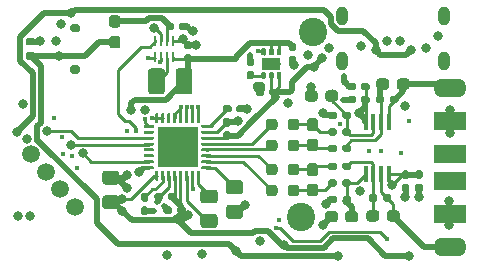
<source format=gtl>
G04 #@! TF.GenerationSoftware,KiCad,Pcbnew,(5.1.9)-1*
G04 #@! TF.CreationDate,2021-04-03T19:23:40-07:00*
G04 #@! TF.ProjectId,rgba,72676261-2e6b-4696-9361-645f70636258,1.1*
G04 #@! TF.SameCoordinates,Original*
G04 #@! TF.FileFunction,Copper,L1,Top*
G04 #@! TF.FilePolarity,Positive*
%FSLAX46Y46*%
G04 Gerber Fmt 4.6, Leading zero omitted, Abs format (unit mm)*
G04 Created by KiCad (PCBNEW (5.1.9)-1) date 2021-04-03 19:23:40*
%MOMM*%
%LPD*%
G01*
G04 APERTURE LIST*
G04 #@! TA.AperFunction,ComponentPad*
%ADD10C,1.500000*%
G04 #@! TD*
G04 #@! TA.AperFunction,SMDPad,CuDef*
%ADD11R,2.800000X1.600000*%
G04 #@! TD*
G04 #@! TA.AperFunction,SMDPad,CuDef*
%ADD12O,2.800000X1.600000*%
G04 #@! TD*
G04 #@! TA.AperFunction,ComponentPad*
%ADD13C,0.400000*%
G04 #@! TD*
G04 #@! TA.AperFunction,ComponentPad*
%ADD14C,2.400000*%
G04 #@! TD*
G04 #@! TA.AperFunction,SMDPad,CuDef*
%ADD15R,0.450000X1.450000*%
G04 #@! TD*
G04 #@! TA.AperFunction,SMDPad,CuDef*
%ADD16R,1.600000X1.000000*%
G04 #@! TD*
G04 #@! TA.AperFunction,ComponentPad*
%ADD17C,0.500000*%
G04 #@! TD*
G04 #@! TA.AperFunction,SMDPad,CuDef*
%ADD18R,3.450000X3.450000*%
G04 #@! TD*
G04 #@! TA.AperFunction,SMDPad,CuDef*
%ADD19R,0.270000X0.860000*%
G04 #@! TD*
G04 #@! TA.AperFunction,ComponentPad*
%ADD20O,1.000000X1.600000*%
G04 #@! TD*
G04 #@! TA.AperFunction,ViaPad*
%ADD21C,0.800000*%
G04 #@! TD*
G04 #@! TA.AperFunction,ViaPad*
%ADD22C,0.400000*%
G04 #@! TD*
G04 #@! TA.AperFunction,Conductor*
%ADD23C,0.250000*%
G04 #@! TD*
G04 #@! TA.AperFunction,Conductor*
%ADD24C,0.500000*%
G04 #@! TD*
G04 APERTURE END LIST*
D10*
X84500000Y-109250000D03*
X85750000Y-110700000D03*
X83250000Y-107750000D03*
X82000000Y-106250000D03*
D11*
X117450000Y-106250000D03*
X117450000Y-103450000D03*
D12*
X117450000Y-100650000D03*
D11*
X117450000Y-108500000D03*
X117450000Y-111300000D03*
D12*
X117450000Y-114100000D03*
G04 #@! TA.AperFunction,SMDPad,CuDef*
G36*
G01*
X94250000Y-100950000D02*
X94250000Y-99250000D01*
G75*
G02*
X94500000Y-99000000I250000J0D01*
G01*
X95425000Y-99000000D01*
G75*
G02*
X95675000Y-99250000I0J-250000D01*
G01*
X95675000Y-100950000D01*
G75*
G02*
X95425000Y-101200000I-250000J0D01*
G01*
X94500000Y-101200000D01*
G75*
G02*
X94250000Y-100950000I0J250000D01*
G01*
G37*
G04 #@! TD.AperFunction*
G04 #@! TA.AperFunction,SMDPad,CuDef*
G36*
G01*
X91925000Y-100950000D02*
X91925000Y-99250000D01*
G75*
G02*
X92175000Y-99000000I250000J0D01*
G01*
X93100000Y-99000000D01*
G75*
G02*
X93350000Y-99250000I0J-250000D01*
G01*
X93350000Y-100950000D01*
G75*
G02*
X93100000Y-101200000I-250000J0D01*
G01*
X92175000Y-101200000D01*
G75*
G02*
X91925000Y-100950000I0J250000D01*
G01*
G37*
G04 #@! TD.AperFunction*
D13*
X111670000Y-105960000D03*
X110670000Y-105960000D03*
D14*
X104840000Y-111550000D03*
D15*
X112284000Y-103576000D03*
X111634000Y-103576000D03*
X110984000Y-103576000D03*
X110334000Y-103576000D03*
X110334000Y-107976000D03*
X110984000Y-107976000D03*
X111634000Y-107976000D03*
X112284000Y-107976000D03*
G04 #@! TA.AperFunction,SMDPad,CuDef*
G36*
G01*
X102912000Y-97308000D02*
X103112000Y-97308000D01*
G75*
G02*
X103212000Y-97408000I0J-100000D01*
G01*
X103212000Y-97808000D01*
G75*
G02*
X103112000Y-97908000I-100000J0D01*
G01*
X102912000Y-97908000D01*
G75*
G02*
X102812000Y-97808000I0J100000D01*
G01*
X102812000Y-97408000D01*
G75*
G02*
X102912000Y-97308000I100000J0D01*
G01*
G37*
G04 #@! TD.AperFunction*
G04 #@! TA.AperFunction,SMDPad,CuDef*
G36*
G01*
X102262000Y-97308000D02*
X102462000Y-97308000D01*
G75*
G02*
X102562000Y-97408000I0J-100000D01*
G01*
X102562000Y-97808000D01*
G75*
G02*
X102462000Y-97908000I-100000J0D01*
G01*
X102262000Y-97908000D01*
G75*
G02*
X102162000Y-97808000I0J100000D01*
G01*
X102162000Y-97408000D01*
G75*
G02*
X102262000Y-97308000I100000J0D01*
G01*
G37*
G04 #@! TD.AperFunction*
G04 #@! TA.AperFunction,SMDPad,CuDef*
G36*
G01*
X101612000Y-97308000D02*
X101812000Y-97308000D01*
G75*
G02*
X101912000Y-97408000I0J-100000D01*
G01*
X101912000Y-97808000D01*
G75*
G02*
X101812000Y-97908000I-100000J0D01*
G01*
X101612000Y-97908000D01*
G75*
G02*
X101512000Y-97808000I0J100000D01*
G01*
X101512000Y-97408000D01*
G75*
G02*
X101612000Y-97308000I100000J0D01*
G01*
G37*
G04 #@! TD.AperFunction*
G04 #@! TA.AperFunction,SMDPad,CuDef*
G36*
G01*
X101612000Y-99308000D02*
X101812000Y-99308000D01*
G75*
G02*
X101912000Y-99408000I0J-100000D01*
G01*
X101912000Y-99808000D01*
G75*
G02*
X101812000Y-99908000I-100000J0D01*
G01*
X101612000Y-99908000D01*
G75*
G02*
X101512000Y-99808000I0J100000D01*
G01*
X101512000Y-99408000D01*
G75*
G02*
X101612000Y-99308000I100000J0D01*
G01*
G37*
G04 #@! TD.AperFunction*
G04 #@! TA.AperFunction,SMDPad,CuDef*
G36*
G01*
X102262000Y-99308000D02*
X102462000Y-99308000D01*
G75*
G02*
X102562000Y-99408000I0J-100000D01*
G01*
X102562000Y-99808000D01*
G75*
G02*
X102462000Y-99908000I-100000J0D01*
G01*
X102262000Y-99908000D01*
G75*
G02*
X102162000Y-99808000I0J100000D01*
G01*
X102162000Y-99408000D01*
G75*
G02*
X102262000Y-99308000I100000J0D01*
G01*
G37*
G04 #@! TD.AperFunction*
G04 #@! TA.AperFunction,SMDPad,CuDef*
G36*
G01*
X102912000Y-99308000D02*
X103112000Y-99308000D01*
G75*
G02*
X103212000Y-99408000I0J-100000D01*
G01*
X103212000Y-99808000D01*
G75*
G02*
X103112000Y-99908000I-100000J0D01*
G01*
X102912000Y-99908000D01*
G75*
G02*
X102812000Y-99808000I0J100000D01*
G01*
X102812000Y-99408000D01*
G75*
G02*
X102912000Y-99308000I100000J0D01*
G01*
G37*
G04 #@! TD.AperFunction*
D16*
X102362000Y-98608000D03*
D17*
X102912000Y-98608000D03*
X101812000Y-98608000D03*
G04 #@! TA.AperFunction,SMDPad,CuDef*
G36*
G01*
X92730500Y-108532000D02*
X92605500Y-108532000D01*
G75*
G02*
X92543000Y-108469500I0J62500D01*
G01*
X92543000Y-107719500D01*
G75*
G02*
X92605500Y-107657000I62500J0D01*
G01*
X92730500Y-107657000D01*
G75*
G02*
X92793000Y-107719500I0J-62500D01*
G01*
X92793000Y-108469500D01*
G75*
G02*
X92730500Y-108532000I-62500J0D01*
G01*
G37*
G04 #@! TD.AperFunction*
G04 #@! TA.AperFunction,SMDPad,CuDef*
G36*
G01*
X93230500Y-108532000D02*
X93105500Y-108532000D01*
G75*
G02*
X93043000Y-108469500I0J62500D01*
G01*
X93043000Y-107719500D01*
G75*
G02*
X93105500Y-107657000I62500J0D01*
G01*
X93230500Y-107657000D01*
G75*
G02*
X93293000Y-107719500I0J-62500D01*
G01*
X93293000Y-108469500D01*
G75*
G02*
X93230500Y-108532000I-62500J0D01*
G01*
G37*
G04 #@! TD.AperFunction*
G04 #@! TA.AperFunction,SMDPad,CuDef*
G36*
G01*
X93730500Y-108532000D02*
X93605500Y-108532000D01*
G75*
G02*
X93543000Y-108469500I0J62500D01*
G01*
X93543000Y-107719500D01*
G75*
G02*
X93605500Y-107657000I62500J0D01*
G01*
X93730500Y-107657000D01*
G75*
G02*
X93793000Y-107719500I0J-62500D01*
G01*
X93793000Y-108469500D01*
G75*
G02*
X93730500Y-108532000I-62500J0D01*
G01*
G37*
G04 #@! TD.AperFunction*
G04 #@! TA.AperFunction,SMDPad,CuDef*
G36*
G01*
X94230500Y-108532000D02*
X94105500Y-108532000D01*
G75*
G02*
X94043000Y-108469500I0J62500D01*
G01*
X94043000Y-107719500D01*
G75*
G02*
X94105500Y-107657000I62500J0D01*
G01*
X94230500Y-107657000D01*
G75*
G02*
X94293000Y-107719500I0J-62500D01*
G01*
X94293000Y-108469500D01*
G75*
G02*
X94230500Y-108532000I-62500J0D01*
G01*
G37*
G04 #@! TD.AperFunction*
G04 #@! TA.AperFunction,SMDPad,CuDef*
G36*
G01*
X94730500Y-108532000D02*
X94605500Y-108532000D01*
G75*
G02*
X94543000Y-108469500I0J62500D01*
G01*
X94543000Y-107719500D01*
G75*
G02*
X94605500Y-107657000I62500J0D01*
G01*
X94730500Y-107657000D01*
G75*
G02*
X94793000Y-107719500I0J-62500D01*
G01*
X94793000Y-108469500D01*
G75*
G02*
X94730500Y-108532000I-62500J0D01*
G01*
G37*
G04 #@! TD.AperFunction*
G04 #@! TA.AperFunction,SMDPad,CuDef*
G36*
G01*
X95230500Y-108532000D02*
X95105500Y-108532000D01*
G75*
G02*
X95043000Y-108469500I0J62500D01*
G01*
X95043000Y-107719500D01*
G75*
G02*
X95105500Y-107657000I62500J0D01*
G01*
X95230500Y-107657000D01*
G75*
G02*
X95293000Y-107719500I0J-62500D01*
G01*
X95293000Y-108469500D01*
G75*
G02*
X95230500Y-108532000I-62500J0D01*
G01*
G37*
G04 #@! TD.AperFunction*
G04 #@! TA.AperFunction,SMDPad,CuDef*
G36*
G01*
X95730500Y-108532000D02*
X95605500Y-108532000D01*
G75*
G02*
X95543000Y-108469500I0J62500D01*
G01*
X95543000Y-107719500D01*
G75*
G02*
X95605500Y-107657000I62500J0D01*
G01*
X95730500Y-107657000D01*
G75*
G02*
X95793000Y-107719500I0J-62500D01*
G01*
X95793000Y-108469500D01*
G75*
G02*
X95730500Y-108532000I-62500J0D01*
G01*
G37*
G04 #@! TD.AperFunction*
G04 #@! TA.AperFunction,SMDPad,CuDef*
G36*
G01*
X96230500Y-108532000D02*
X96105500Y-108532000D01*
G75*
G02*
X96043000Y-108469500I0J62500D01*
G01*
X96043000Y-107719500D01*
G75*
G02*
X96105500Y-107657000I62500J0D01*
G01*
X96230500Y-107657000D01*
G75*
G02*
X96293000Y-107719500I0J-62500D01*
G01*
X96293000Y-108469500D01*
G75*
G02*
X96230500Y-108532000I-62500J0D01*
G01*
G37*
G04 #@! TD.AperFunction*
G04 #@! TA.AperFunction,SMDPad,CuDef*
G36*
G01*
X97230500Y-107532000D02*
X96480500Y-107532000D01*
G75*
G02*
X96418000Y-107469500I0J62500D01*
G01*
X96418000Y-107344500D01*
G75*
G02*
X96480500Y-107282000I62500J0D01*
G01*
X97230500Y-107282000D01*
G75*
G02*
X97293000Y-107344500I0J-62500D01*
G01*
X97293000Y-107469500D01*
G75*
G02*
X97230500Y-107532000I-62500J0D01*
G01*
G37*
G04 #@! TD.AperFunction*
G04 #@! TA.AperFunction,SMDPad,CuDef*
G36*
G01*
X97230500Y-107032000D02*
X96480500Y-107032000D01*
G75*
G02*
X96418000Y-106969500I0J62500D01*
G01*
X96418000Y-106844500D01*
G75*
G02*
X96480500Y-106782000I62500J0D01*
G01*
X97230500Y-106782000D01*
G75*
G02*
X97293000Y-106844500I0J-62500D01*
G01*
X97293000Y-106969500D01*
G75*
G02*
X97230500Y-107032000I-62500J0D01*
G01*
G37*
G04 #@! TD.AperFunction*
G04 #@! TA.AperFunction,SMDPad,CuDef*
G36*
G01*
X97230500Y-106532000D02*
X96480500Y-106532000D01*
G75*
G02*
X96418000Y-106469500I0J62500D01*
G01*
X96418000Y-106344500D01*
G75*
G02*
X96480500Y-106282000I62500J0D01*
G01*
X97230500Y-106282000D01*
G75*
G02*
X97293000Y-106344500I0J-62500D01*
G01*
X97293000Y-106469500D01*
G75*
G02*
X97230500Y-106532000I-62500J0D01*
G01*
G37*
G04 #@! TD.AperFunction*
G04 #@! TA.AperFunction,SMDPad,CuDef*
G36*
G01*
X97230500Y-106032000D02*
X96480500Y-106032000D01*
G75*
G02*
X96418000Y-105969500I0J62500D01*
G01*
X96418000Y-105844500D01*
G75*
G02*
X96480500Y-105782000I62500J0D01*
G01*
X97230500Y-105782000D01*
G75*
G02*
X97293000Y-105844500I0J-62500D01*
G01*
X97293000Y-105969500D01*
G75*
G02*
X97230500Y-106032000I-62500J0D01*
G01*
G37*
G04 #@! TD.AperFunction*
G04 #@! TA.AperFunction,SMDPad,CuDef*
G36*
G01*
X97230500Y-105532000D02*
X96480500Y-105532000D01*
G75*
G02*
X96418000Y-105469500I0J62500D01*
G01*
X96418000Y-105344500D01*
G75*
G02*
X96480500Y-105282000I62500J0D01*
G01*
X97230500Y-105282000D01*
G75*
G02*
X97293000Y-105344500I0J-62500D01*
G01*
X97293000Y-105469500D01*
G75*
G02*
X97230500Y-105532000I-62500J0D01*
G01*
G37*
G04 #@! TD.AperFunction*
G04 #@! TA.AperFunction,SMDPad,CuDef*
G36*
G01*
X97230500Y-105032000D02*
X96480500Y-105032000D01*
G75*
G02*
X96418000Y-104969500I0J62500D01*
G01*
X96418000Y-104844500D01*
G75*
G02*
X96480500Y-104782000I62500J0D01*
G01*
X97230500Y-104782000D01*
G75*
G02*
X97293000Y-104844500I0J-62500D01*
G01*
X97293000Y-104969500D01*
G75*
G02*
X97230500Y-105032000I-62500J0D01*
G01*
G37*
G04 #@! TD.AperFunction*
G04 #@! TA.AperFunction,SMDPad,CuDef*
G36*
G01*
X97230500Y-104532000D02*
X96480500Y-104532000D01*
G75*
G02*
X96418000Y-104469500I0J62500D01*
G01*
X96418000Y-104344500D01*
G75*
G02*
X96480500Y-104282000I62500J0D01*
G01*
X97230500Y-104282000D01*
G75*
G02*
X97293000Y-104344500I0J-62500D01*
G01*
X97293000Y-104469500D01*
G75*
G02*
X97230500Y-104532000I-62500J0D01*
G01*
G37*
G04 #@! TD.AperFunction*
G04 #@! TA.AperFunction,SMDPad,CuDef*
G36*
G01*
X97230500Y-104032000D02*
X96480500Y-104032000D01*
G75*
G02*
X96418000Y-103969500I0J62500D01*
G01*
X96418000Y-103844500D01*
G75*
G02*
X96480500Y-103782000I62500J0D01*
G01*
X97230500Y-103782000D01*
G75*
G02*
X97293000Y-103844500I0J-62500D01*
G01*
X97293000Y-103969500D01*
G75*
G02*
X97230500Y-104032000I-62500J0D01*
G01*
G37*
G04 #@! TD.AperFunction*
G04 #@! TA.AperFunction,SMDPad,CuDef*
G36*
G01*
X96230500Y-103657000D02*
X96105500Y-103657000D01*
G75*
G02*
X96043000Y-103594500I0J62500D01*
G01*
X96043000Y-102844500D01*
G75*
G02*
X96105500Y-102782000I62500J0D01*
G01*
X96230500Y-102782000D01*
G75*
G02*
X96293000Y-102844500I0J-62500D01*
G01*
X96293000Y-103594500D01*
G75*
G02*
X96230500Y-103657000I-62500J0D01*
G01*
G37*
G04 #@! TD.AperFunction*
G04 #@! TA.AperFunction,SMDPad,CuDef*
G36*
G01*
X95730500Y-103657000D02*
X95605500Y-103657000D01*
G75*
G02*
X95543000Y-103594500I0J62500D01*
G01*
X95543000Y-102844500D01*
G75*
G02*
X95605500Y-102782000I62500J0D01*
G01*
X95730500Y-102782000D01*
G75*
G02*
X95793000Y-102844500I0J-62500D01*
G01*
X95793000Y-103594500D01*
G75*
G02*
X95730500Y-103657000I-62500J0D01*
G01*
G37*
G04 #@! TD.AperFunction*
G04 #@! TA.AperFunction,SMDPad,CuDef*
G36*
G01*
X95230500Y-103657000D02*
X95105500Y-103657000D01*
G75*
G02*
X95043000Y-103594500I0J62500D01*
G01*
X95043000Y-102844500D01*
G75*
G02*
X95105500Y-102782000I62500J0D01*
G01*
X95230500Y-102782000D01*
G75*
G02*
X95293000Y-102844500I0J-62500D01*
G01*
X95293000Y-103594500D01*
G75*
G02*
X95230500Y-103657000I-62500J0D01*
G01*
G37*
G04 #@! TD.AperFunction*
G04 #@! TA.AperFunction,SMDPad,CuDef*
G36*
G01*
X94730500Y-103657000D02*
X94605500Y-103657000D01*
G75*
G02*
X94543000Y-103594500I0J62500D01*
G01*
X94543000Y-102844500D01*
G75*
G02*
X94605500Y-102782000I62500J0D01*
G01*
X94730500Y-102782000D01*
G75*
G02*
X94793000Y-102844500I0J-62500D01*
G01*
X94793000Y-103594500D01*
G75*
G02*
X94730500Y-103657000I-62500J0D01*
G01*
G37*
G04 #@! TD.AperFunction*
G04 #@! TA.AperFunction,SMDPad,CuDef*
G36*
G01*
X94230500Y-103657000D02*
X94105500Y-103657000D01*
G75*
G02*
X94043000Y-103594500I0J62500D01*
G01*
X94043000Y-102844500D01*
G75*
G02*
X94105500Y-102782000I62500J0D01*
G01*
X94230500Y-102782000D01*
G75*
G02*
X94293000Y-102844500I0J-62500D01*
G01*
X94293000Y-103594500D01*
G75*
G02*
X94230500Y-103657000I-62500J0D01*
G01*
G37*
G04 #@! TD.AperFunction*
G04 #@! TA.AperFunction,SMDPad,CuDef*
G36*
G01*
X93730500Y-103657000D02*
X93605500Y-103657000D01*
G75*
G02*
X93543000Y-103594500I0J62500D01*
G01*
X93543000Y-102844500D01*
G75*
G02*
X93605500Y-102782000I62500J0D01*
G01*
X93730500Y-102782000D01*
G75*
G02*
X93793000Y-102844500I0J-62500D01*
G01*
X93793000Y-103594500D01*
G75*
G02*
X93730500Y-103657000I-62500J0D01*
G01*
G37*
G04 #@! TD.AperFunction*
G04 #@! TA.AperFunction,SMDPad,CuDef*
G36*
G01*
X93230500Y-103657000D02*
X93105500Y-103657000D01*
G75*
G02*
X93043000Y-103594500I0J62500D01*
G01*
X93043000Y-102844500D01*
G75*
G02*
X93105500Y-102782000I62500J0D01*
G01*
X93230500Y-102782000D01*
G75*
G02*
X93293000Y-102844500I0J-62500D01*
G01*
X93293000Y-103594500D01*
G75*
G02*
X93230500Y-103657000I-62500J0D01*
G01*
G37*
G04 #@! TD.AperFunction*
G04 #@! TA.AperFunction,SMDPad,CuDef*
G36*
G01*
X92730500Y-103657000D02*
X92605500Y-103657000D01*
G75*
G02*
X92543000Y-103594500I0J62500D01*
G01*
X92543000Y-102844500D01*
G75*
G02*
X92605500Y-102782000I62500J0D01*
G01*
X92730500Y-102782000D01*
G75*
G02*
X92793000Y-102844500I0J-62500D01*
G01*
X92793000Y-103594500D01*
G75*
G02*
X92730500Y-103657000I-62500J0D01*
G01*
G37*
G04 #@! TD.AperFunction*
G04 #@! TA.AperFunction,SMDPad,CuDef*
G36*
G01*
X92355500Y-104032000D02*
X91605500Y-104032000D01*
G75*
G02*
X91543000Y-103969500I0J62500D01*
G01*
X91543000Y-103844500D01*
G75*
G02*
X91605500Y-103782000I62500J0D01*
G01*
X92355500Y-103782000D01*
G75*
G02*
X92418000Y-103844500I0J-62500D01*
G01*
X92418000Y-103969500D01*
G75*
G02*
X92355500Y-104032000I-62500J0D01*
G01*
G37*
G04 #@! TD.AperFunction*
G04 #@! TA.AperFunction,SMDPad,CuDef*
G36*
G01*
X92355500Y-104532000D02*
X91605500Y-104532000D01*
G75*
G02*
X91543000Y-104469500I0J62500D01*
G01*
X91543000Y-104344500D01*
G75*
G02*
X91605500Y-104282000I62500J0D01*
G01*
X92355500Y-104282000D01*
G75*
G02*
X92418000Y-104344500I0J-62500D01*
G01*
X92418000Y-104469500D01*
G75*
G02*
X92355500Y-104532000I-62500J0D01*
G01*
G37*
G04 #@! TD.AperFunction*
G04 #@! TA.AperFunction,SMDPad,CuDef*
G36*
G01*
X92355500Y-105032000D02*
X91605500Y-105032000D01*
G75*
G02*
X91543000Y-104969500I0J62500D01*
G01*
X91543000Y-104844500D01*
G75*
G02*
X91605500Y-104782000I62500J0D01*
G01*
X92355500Y-104782000D01*
G75*
G02*
X92418000Y-104844500I0J-62500D01*
G01*
X92418000Y-104969500D01*
G75*
G02*
X92355500Y-105032000I-62500J0D01*
G01*
G37*
G04 #@! TD.AperFunction*
G04 #@! TA.AperFunction,SMDPad,CuDef*
G36*
G01*
X92355500Y-105532000D02*
X91605500Y-105532000D01*
G75*
G02*
X91543000Y-105469500I0J62500D01*
G01*
X91543000Y-105344500D01*
G75*
G02*
X91605500Y-105282000I62500J0D01*
G01*
X92355500Y-105282000D01*
G75*
G02*
X92418000Y-105344500I0J-62500D01*
G01*
X92418000Y-105469500D01*
G75*
G02*
X92355500Y-105532000I-62500J0D01*
G01*
G37*
G04 #@! TD.AperFunction*
G04 #@! TA.AperFunction,SMDPad,CuDef*
G36*
G01*
X92355500Y-106032000D02*
X91605500Y-106032000D01*
G75*
G02*
X91543000Y-105969500I0J62500D01*
G01*
X91543000Y-105844500D01*
G75*
G02*
X91605500Y-105782000I62500J0D01*
G01*
X92355500Y-105782000D01*
G75*
G02*
X92418000Y-105844500I0J-62500D01*
G01*
X92418000Y-105969500D01*
G75*
G02*
X92355500Y-106032000I-62500J0D01*
G01*
G37*
G04 #@! TD.AperFunction*
G04 #@! TA.AperFunction,SMDPad,CuDef*
G36*
G01*
X92355500Y-106532000D02*
X91605500Y-106532000D01*
G75*
G02*
X91543000Y-106469500I0J62500D01*
G01*
X91543000Y-106344500D01*
G75*
G02*
X91605500Y-106282000I62500J0D01*
G01*
X92355500Y-106282000D01*
G75*
G02*
X92418000Y-106344500I0J-62500D01*
G01*
X92418000Y-106469500D01*
G75*
G02*
X92355500Y-106532000I-62500J0D01*
G01*
G37*
G04 #@! TD.AperFunction*
G04 #@! TA.AperFunction,SMDPad,CuDef*
G36*
G01*
X92355500Y-107032000D02*
X91605500Y-107032000D01*
G75*
G02*
X91543000Y-106969500I0J62500D01*
G01*
X91543000Y-106844500D01*
G75*
G02*
X91605500Y-106782000I62500J0D01*
G01*
X92355500Y-106782000D01*
G75*
G02*
X92418000Y-106844500I0J-62500D01*
G01*
X92418000Y-106969500D01*
G75*
G02*
X92355500Y-107032000I-62500J0D01*
G01*
G37*
G04 #@! TD.AperFunction*
G04 #@! TA.AperFunction,SMDPad,CuDef*
G36*
G01*
X92355500Y-107532000D02*
X91605500Y-107532000D01*
G75*
G02*
X91543000Y-107469500I0J62500D01*
G01*
X91543000Y-107344500D01*
G75*
G02*
X91605500Y-107282000I62500J0D01*
G01*
X92355500Y-107282000D01*
G75*
G02*
X92418000Y-107344500I0J-62500D01*
G01*
X92418000Y-107469500D01*
G75*
G02*
X92355500Y-107532000I-62500J0D01*
G01*
G37*
G04 #@! TD.AperFunction*
D18*
X94418000Y-105657000D03*
D19*
X94050000Y-96665000D03*
X93550000Y-96665000D03*
X93050000Y-96665000D03*
X92550000Y-96665000D03*
X92550000Y-98035000D03*
X93050000Y-98035000D03*
X93550000Y-98035000D03*
X94050000Y-98035000D03*
D14*
X105850000Y-95900000D03*
G04 #@! TA.AperFunction,SMDPad,CuDef*
G36*
G01*
X85975000Y-95950000D02*
X85525000Y-95950000D01*
G75*
G02*
X85350000Y-95775000I0J175000D01*
G01*
X85350000Y-95425000D01*
G75*
G02*
X85525000Y-95250000I175000J0D01*
G01*
X85975000Y-95250000D01*
G75*
G02*
X86150000Y-95425000I0J-175000D01*
G01*
X86150000Y-95775000D01*
G75*
G02*
X85975000Y-95950000I-175000J0D01*
G01*
G37*
G04 #@! TD.AperFunction*
G04 #@! TA.AperFunction,SMDPad,CuDef*
G36*
G01*
X85975000Y-99450000D02*
X85525000Y-99450000D01*
G75*
G02*
X85350000Y-99275000I0J175000D01*
G01*
X85350000Y-98925000D01*
G75*
G02*
X85525000Y-98750000I175000J0D01*
G01*
X85975000Y-98750000D01*
G75*
G02*
X86150000Y-98925000I0J-175000D01*
G01*
X86150000Y-99275000D01*
G75*
G02*
X85975000Y-99450000I-175000J0D01*
G01*
G37*
G04 #@! TD.AperFunction*
G04 #@! TA.AperFunction,SMDPad,CuDef*
G36*
G01*
X82250000Y-97050000D02*
X81700000Y-97050000D01*
G75*
G02*
X81550000Y-96900000I0J150000D01*
G01*
X81550000Y-96600000D01*
G75*
G02*
X81700000Y-96450000I150000J0D01*
G01*
X82250000Y-96450000D01*
G75*
G02*
X82400000Y-96600000I0J-150000D01*
G01*
X82400000Y-96900000D01*
G75*
G02*
X82250000Y-97050000I-150000J0D01*
G01*
G37*
G04 #@! TD.AperFunction*
G04 #@! TA.AperFunction,SMDPad,CuDef*
G36*
G01*
X82250000Y-98250000D02*
X81700000Y-98250000D01*
G75*
G02*
X81550000Y-98100000I0J150000D01*
G01*
X81550000Y-97800000D01*
G75*
G02*
X81700000Y-97650000I150000J0D01*
G01*
X82250000Y-97650000D01*
G75*
G02*
X82400000Y-97800000I0J-150000D01*
G01*
X82400000Y-98100000D01*
G75*
G02*
X82250000Y-98250000I-150000J0D01*
G01*
G37*
G04 #@! TD.AperFunction*
D20*
X117020000Y-94550000D03*
X108380000Y-94550000D03*
X108380000Y-98350000D03*
X117020000Y-98350000D03*
G04 #@! TA.AperFunction,SMDPad,CuDef*
G36*
G01*
X95455000Y-97400000D02*
X95145000Y-97400000D01*
G75*
G02*
X94990000Y-97245000I0J155000D01*
G01*
X94990000Y-96820000D01*
G75*
G02*
X95145000Y-96665000I155000J0D01*
G01*
X95455000Y-96665000D01*
G75*
G02*
X95610000Y-96820000I0J-155000D01*
G01*
X95610000Y-97245000D01*
G75*
G02*
X95455000Y-97400000I-155000J0D01*
G01*
G37*
G04 #@! TD.AperFunction*
G04 #@! TA.AperFunction,SMDPad,CuDef*
G36*
G01*
X95455000Y-98535000D02*
X95145000Y-98535000D01*
G75*
G02*
X94990000Y-98380000I0J155000D01*
G01*
X94990000Y-97955000D01*
G75*
G02*
X95145000Y-97800000I155000J0D01*
G01*
X95455000Y-97800000D01*
G75*
G02*
X95610000Y-97955000I0J-155000D01*
G01*
X95610000Y-98380000D01*
G75*
G02*
X95455000Y-98535000I-155000J0D01*
G01*
G37*
G04 #@! TD.AperFunction*
G04 #@! TA.AperFunction,SMDPad,CuDef*
G36*
G01*
X94550000Y-95605000D02*
X94550000Y-95295000D01*
G75*
G02*
X94705000Y-95140000I155000J0D01*
G01*
X95130000Y-95140000D01*
G75*
G02*
X95285000Y-95295000I0J-155000D01*
G01*
X95285000Y-95605000D01*
G75*
G02*
X95130000Y-95760000I-155000J0D01*
G01*
X94705000Y-95760000D01*
G75*
G02*
X94550000Y-95605000I0J155000D01*
G01*
G37*
G04 #@! TD.AperFunction*
G04 #@! TA.AperFunction,SMDPad,CuDef*
G36*
G01*
X93415000Y-95605000D02*
X93415000Y-95295000D01*
G75*
G02*
X93570000Y-95140000I155000J0D01*
G01*
X93995000Y-95140000D01*
G75*
G02*
X94150000Y-95295000I0J-155000D01*
G01*
X94150000Y-95605000D01*
G75*
G02*
X93995000Y-95760000I-155000J0D01*
G01*
X93570000Y-95760000D01*
G75*
G02*
X93415000Y-95605000I0J155000D01*
G01*
G37*
G04 #@! TD.AperFunction*
G04 #@! TA.AperFunction,SMDPad,CuDef*
G36*
G01*
X108411500Y-110254000D02*
X108411500Y-109934000D01*
G75*
G02*
X108571500Y-109774000I160000J0D01*
G01*
X108966500Y-109774000D01*
G75*
G02*
X109126500Y-109934000I0J-160000D01*
G01*
X109126500Y-110254000D01*
G75*
G02*
X108966500Y-110414000I-160000J0D01*
G01*
X108571500Y-110414000D01*
G75*
G02*
X108411500Y-110254000I0J160000D01*
G01*
G37*
G04 #@! TD.AperFunction*
G04 #@! TA.AperFunction,SMDPad,CuDef*
G36*
G01*
X107216500Y-110254000D02*
X107216500Y-109934000D01*
G75*
G02*
X107376500Y-109774000I160000J0D01*
G01*
X107771500Y-109774000D01*
G75*
G02*
X107931500Y-109934000I0J-160000D01*
G01*
X107931500Y-110254000D01*
G75*
G02*
X107771500Y-110414000I-160000J0D01*
G01*
X107376500Y-110414000D01*
G75*
G02*
X107216500Y-110254000I0J160000D01*
G01*
G37*
G04 #@! TD.AperFunction*
G04 #@! TA.AperFunction,SMDPad,CuDef*
G36*
G01*
X108374000Y-108857000D02*
X108374000Y-108537000D01*
G75*
G02*
X108534000Y-108377000I160000J0D01*
G01*
X108929000Y-108377000D01*
G75*
G02*
X109089000Y-108537000I0J-160000D01*
G01*
X109089000Y-108857000D01*
G75*
G02*
X108929000Y-109017000I-160000J0D01*
G01*
X108534000Y-109017000D01*
G75*
G02*
X108374000Y-108857000I0J160000D01*
G01*
G37*
G04 #@! TD.AperFunction*
G04 #@! TA.AperFunction,SMDPad,CuDef*
G36*
G01*
X107179000Y-108857000D02*
X107179000Y-108537000D01*
G75*
G02*
X107339000Y-108377000I160000J0D01*
G01*
X107734000Y-108377000D01*
G75*
G02*
X107894000Y-108537000I0J-160000D01*
G01*
X107894000Y-108857000D01*
G75*
G02*
X107734000Y-109017000I-160000J0D01*
G01*
X107339000Y-109017000D01*
G75*
G02*
X107179000Y-108857000I0J160000D01*
G01*
G37*
G04 #@! TD.AperFunction*
G04 #@! TA.AperFunction,SMDPad,CuDef*
G36*
G01*
X107894000Y-107140000D02*
X107894000Y-107460000D01*
G75*
G02*
X107734000Y-107620000I-160000J0D01*
G01*
X107339000Y-107620000D01*
G75*
G02*
X107179000Y-107460000I0J160000D01*
G01*
X107179000Y-107140000D01*
G75*
G02*
X107339000Y-106980000I160000J0D01*
G01*
X107734000Y-106980000D01*
G75*
G02*
X107894000Y-107140000I0J-160000D01*
G01*
G37*
G04 #@! TD.AperFunction*
G04 #@! TA.AperFunction,SMDPad,CuDef*
G36*
G01*
X109089000Y-107140000D02*
X109089000Y-107460000D01*
G75*
G02*
X108929000Y-107620000I-160000J0D01*
G01*
X108534000Y-107620000D01*
G75*
G02*
X108374000Y-107460000I0J160000D01*
G01*
X108374000Y-107140000D01*
G75*
G02*
X108534000Y-106980000I160000J0D01*
G01*
X108929000Y-106980000D01*
G75*
G02*
X109089000Y-107140000I0J-160000D01*
G01*
G37*
G04 #@! TD.AperFunction*
G04 #@! TA.AperFunction,SMDPad,CuDef*
G36*
G01*
X103733000Y-109569500D02*
X103733000Y-109094500D01*
G75*
G02*
X103970500Y-108857000I237500J0D01*
G01*
X104470500Y-108857000D01*
G75*
G02*
X104708000Y-109094500I0J-237500D01*
G01*
X104708000Y-109569500D01*
G75*
G02*
X104470500Y-109807000I-237500J0D01*
G01*
X103970500Y-109807000D01*
G75*
G02*
X103733000Y-109569500I0J237500D01*
G01*
G37*
G04 #@! TD.AperFunction*
G04 #@! TA.AperFunction,SMDPad,CuDef*
G36*
G01*
X101908000Y-109569500D02*
X101908000Y-109094500D01*
G75*
G02*
X102145500Y-108857000I237500J0D01*
G01*
X102645500Y-108857000D01*
G75*
G02*
X102883000Y-109094500I0J-237500D01*
G01*
X102883000Y-109569500D01*
G75*
G02*
X102645500Y-109807000I-237500J0D01*
G01*
X102145500Y-109807000D01*
G75*
G02*
X101908000Y-109569500I0J237500D01*
G01*
G37*
G04 #@! TD.AperFunction*
G04 #@! TA.AperFunction,SMDPad,CuDef*
G36*
G01*
X102883000Y-107316500D02*
X102883000Y-107791500D01*
G75*
G02*
X102645500Y-108029000I-237500J0D01*
G01*
X102145500Y-108029000D01*
G75*
G02*
X101908000Y-107791500I0J237500D01*
G01*
X101908000Y-107316500D01*
G75*
G02*
X102145500Y-107079000I237500J0D01*
G01*
X102645500Y-107079000D01*
G75*
G02*
X102883000Y-107316500I0J-237500D01*
G01*
G37*
G04 #@! TD.AperFunction*
G04 #@! TA.AperFunction,SMDPad,CuDef*
G36*
G01*
X104708000Y-107316500D02*
X104708000Y-107791500D01*
G75*
G02*
X104470500Y-108029000I-237500J0D01*
G01*
X103970500Y-108029000D01*
G75*
G02*
X103733000Y-107791500I0J237500D01*
G01*
X103733000Y-107316500D01*
G75*
G02*
X103970500Y-107079000I237500J0D01*
G01*
X104470500Y-107079000D01*
G75*
G02*
X104708000Y-107316500I0J-237500D01*
G01*
G37*
G04 #@! TD.AperFunction*
G04 #@! TA.AperFunction,SMDPad,CuDef*
G36*
G01*
X111910000Y-101490000D02*
X111910000Y-101810000D01*
G75*
G02*
X111750000Y-101970000I-160000J0D01*
G01*
X111355000Y-101970000D01*
G75*
G02*
X111195000Y-101810000I0J160000D01*
G01*
X111195000Y-101490000D01*
G75*
G02*
X111355000Y-101330000I160000J0D01*
G01*
X111750000Y-101330000D01*
G75*
G02*
X111910000Y-101490000I0J-160000D01*
G01*
G37*
G04 #@! TD.AperFunction*
G04 #@! TA.AperFunction,SMDPad,CuDef*
G36*
G01*
X113105000Y-101490000D02*
X113105000Y-101810000D01*
G75*
G02*
X112945000Y-101970000I-160000J0D01*
G01*
X112550000Y-101970000D01*
G75*
G02*
X112390000Y-101810000I0J160000D01*
G01*
X112390000Y-101490000D01*
G75*
G02*
X112550000Y-101330000I160000J0D01*
G01*
X112945000Y-101330000D01*
G75*
G02*
X113105000Y-101490000I0J-160000D01*
G01*
G37*
G04 #@! TD.AperFunction*
G04 #@! TA.AperFunction,SMDPad,CuDef*
G36*
G01*
X108374000Y-103142000D02*
X108374000Y-102822000D01*
G75*
G02*
X108534000Y-102662000I160000J0D01*
G01*
X108929000Y-102662000D01*
G75*
G02*
X109089000Y-102822000I0J-160000D01*
G01*
X109089000Y-103142000D01*
G75*
G02*
X108929000Y-103302000I-160000J0D01*
G01*
X108534000Y-103302000D01*
G75*
G02*
X108374000Y-103142000I0J160000D01*
G01*
G37*
G04 #@! TD.AperFunction*
G04 #@! TA.AperFunction,SMDPad,CuDef*
G36*
G01*
X107179000Y-103142000D02*
X107179000Y-102822000D01*
G75*
G02*
X107339000Y-102662000I160000J0D01*
G01*
X107734000Y-102662000D01*
G75*
G02*
X107894000Y-102822000I0J-160000D01*
G01*
X107894000Y-103142000D01*
G75*
G02*
X107734000Y-103302000I-160000J0D01*
G01*
X107339000Y-103302000D01*
G75*
G02*
X107179000Y-103142000I0J160000D01*
G01*
G37*
G04 #@! TD.AperFunction*
G04 #@! TA.AperFunction,SMDPad,CuDef*
G36*
G01*
X108374000Y-104539000D02*
X108374000Y-104219000D01*
G75*
G02*
X108534000Y-104059000I160000J0D01*
G01*
X108929000Y-104059000D01*
G75*
G02*
X109089000Y-104219000I0J-160000D01*
G01*
X109089000Y-104539000D01*
G75*
G02*
X108929000Y-104699000I-160000J0D01*
G01*
X108534000Y-104699000D01*
G75*
G02*
X108374000Y-104539000I0J160000D01*
G01*
G37*
G04 #@! TD.AperFunction*
G04 #@! TA.AperFunction,SMDPad,CuDef*
G36*
G01*
X107179000Y-104539000D02*
X107179000Y-104219000D01*
G75*
G02*
X107339000Y-104059000I160000J0D01*
G01*
X107734000Y-104059000D01*
G75*
G02*
X107894000Y-104219000I0J-160000D01*
G01*
X107894000Y-104539000D01*
G75*
G02*
X107734000Y-104699000I-160000J0D01*
G01*
X107339000Y-104699000D01*
G75*
G02*
X107179000Y-104539000I0J160000D01*
G01*
G37*
G04 #@! TD.AperFunction*
G04 #@! TA.AperFunction,SMDPad,CuDef*
G36*
G01*
X107894000Y-105616000D02*
X107894000Y-105936000D01*
G75*
G02*
X107734000Y-106096000I-160000J0D01*
G01*
X107339000Y-106096000D01*
G75*
G02*
X107179000Y-105936000I0J160000D01*
G01*
X107179000Y-105616000D01*
G75*
G02*
X107339000Y-105456000I160000J0D01*
G01*
X107734000Y-105456000D01*
G75*
G02*
X107894000Y-105616000I0J-160000D01*
G01*
G37*
G04 #@! TD.AperFunction*
G04 #@! TA.AperFunction,SMDPad,CuDef*
G36*
G01*
X109089000Y-105616000D02*
X109089000Y-105936000D01*
G75*
G02*
X108929000Y-106096000I-160000J0D01*
G01*
X108534000Y-106096000D01*
G75*
G02*
X108374000Y-105936000I0J160000D01*
G01*
X108374000Y-105616000D01*
G75*
G02*
X108534000Y-105456000I160000J0D01*
G01*
X108929000Y-105456000D01*
G75*
G02*
X109089000Y-105616000I0J-160000D01*
G01*
G37*
G04 #@! TD.AperFunction*
G04 #@! TA.AperFunction,SMDPad,CuDef*
G36*
G01*
X103733000Y-103981500D02*
X103733000Y-103506500D01*
G75*
G02*
X103970500Y-103269000I237500J0D01*
G01*
X104470500Y-103269000D01*
G75*
G02*
X104708000Y-103506500I0J-237500D01*
G01*
X104708000Y-103981500D01*
G75*
G02*
X104470500Y-104219000I-237500J0D01*
G01*
X103970500Y-104219000D01*
G75*
G02*
X103733000Y-103981500I0J237500D01*
G01*
G37*
G04 #@! TD.AperFunction*
G04 #@! TA.AperFunction,SMDPad,CuDef*
G36*
G01*
X101908000Y-103981500D02*
X101908000Y-103506500D01*
G75*
G02*
X102145500Y-103269000I237500J0D01*
G01*
X102645500Y-103269000D01*
G75*
G02*
X102883000Y-103506500I0J-237500D01*
G01*
X102883000Y-103981500D01*
G75*
G02*
X102645500Y-104219000I-237500J0D01*
G01*
X102145500Y-104219000D01*
G75*
G02*
X101908000Y-103981500I0J237500D01*
G01*
G37*
G04 #@! TD.AperFunction*
G04 #@! TA.AperFunction,SMDPad,CuDef*
G36*
G01*
X102883000Y-105284500D02*
X102883000Y-105759500D01*
G75*
G02*
X102645500Y-105997000I-237500J0D01*
G01*
X102145500Y-105997000D01*
G75*
G02*
X101908000Y-105759500I0J237500D01*
G01*
X101908000Y-105284500D01*
G75*
G02*
X102145500Y-105047000I237500J0D01*
G01*
X102645500Y-105047000D01*
G75*
G02*
X102883000Y-105284500I0J-237500D01*
G01*
G37*
G04 #@! TD.AperFunction*
G04 #@! TA.AperFunction,SMDPad,CuDef*
G36*
G01*
X104708000Y-105284500D02*
X104708000Y-105759500D01*
G75*
G02*
X104470500Y-105997000I-237500J0D01*
G01*
X103970500Y-105997000D01*
G75*
G02*
X103733000Y-105759500I0J237500D01*
G01*
X103733000Y-105284500D01*
G75*
G02*
X103970500Y-105047000I237500J0D01*
G01*
X104470500Y-105047000D01*
G75*
G02*
X104708000Y-105284500I0J-237500D01*
G01*
G37*
G04 #@! TD.AperFunction*
G04 #@! TA.AperFunction,SMDPad,CuDef*
G36*
G01*
X111323000Y-109807000D02*
X111323000Y-110127000D01*
G75*
G02*
X111163000Y-110287000I-160000J0D01*
G01*
X110768000Y-110287000D01*
G75*
G02*
X110608000Y-110127000I0J160000D01*
G01*
X110608000Y-109807000D01*
G75*
G02*
X110768000Y-109647000I160000J0D01*
G01*
X111163000Y-109647000D01*
G75*
G02*
X111323000Y-109807000I0J-160000D01*
G01*
G37*
G04 #@! TD.AperFunction*
G04 #@! TA.AperFunction,SMDPad,CuDef*
G36*
G01*
X112518000Y-109807000D02*
X112518000Y-110127000D01*
G75*
G02*
X112358000Y-110287000I-160000J0D01*
G01*
X111963000Y-110287000D01*
G75*
G02*
X111803000Y-110127000I0J160000D01*
G01*
X111803000Y-109807000D01*
G75*
G02*
X111963000Y-109647000I160000J0D01*
G01*
X112358000Y-109647000D01*
G75*
G02*
X112518000Y-109807000I0J-160000D01*
G01*
G37*
G04 #@! TD.AperFunction*
G04 #@! TA.AperFunction,SMDPad,CuDef*
G36*
G01*
X112142000Y-111728500D02*
X112142000Y-111253500D01*
G75*
G02*
X112379500Y-111016000I237500J0D01*
G01*
X112979500Y-111016000D01*
G75*
G02*
X113217000Y-111253500I0J-237500D01*
G01*
X113217000Y-111728500D01*
G75*
G02*
X112979500Y-111966000I-237500J0D01*
G01*
X112379500Y-111966000D01*
G75*
G02*
X112142000Y-111728500I0J237500D01*
G01*
G37*
G04 #@! TD.AperFunction*
G04 #@! TA.AperFunction,SMDPad,CuDef*
G36*
G01*
X110417000Y-111728500D02*
X110417000Y-111253500D01*
G75*
G02*
X110654500Y-111016000I237500J0D01*
G01*
X111254500Y-111016000D01*
G75*
G02*
X111492000Y-111253500I0J-237500D01*
G01*
X111492000Y-111728500D01*
G75*
G02*
X111254500Y-111966000I-237500J0D01*
G01*
X110654500Y-111966000D01*
G75*
G02*
X110417000Y-111728500I0J237500D01*
G01*
G37*
G04 #@! TD.AperFunction*
G04 #@! TA.AperFunction,SMDPad,CuDef*
G36*
G01*
X107975000Y-111312500D02*
X107975000Y-111787500D01*
G75*
G02*
X107737500Y-112025000I-237500J0D01*
G01*
X107137500Y-112025000D01*
G75*
G02*
X106900000Y-111787500I0J237500D01*
G01*
X106900000Y-111312500D01*
G75*
G02*
X107137500Y-111075000I237500J0D01*
G01*
X107737500Y-111075000D01*
G75*
G02*
X107975000Y-111312500I0J-237500D01*
G01*
G37*
G04 #@! TD.AperFunction*
G04 #@! TA.AperFunction,SMDPad,CuDef*
G36*
G01*
X109700000Y-111312500D02*
X109700000Y-111787500D01*
G75*
G02*
X109462500Y-112025000I-237500J0D01*
G01*
X108862500Y-112025000D01*
G75*
G02*
X108625000Y-111787500I0J237500D01*
G01*
X108625000Y-111312500D01*
G75*
G02*
X108862500Y-111075000I237500J0D01*
G01*
X109462500Y-111075000D01*
G75*
G02*
X109700000Y-111312500I0J-237500D01*
G01*
G37*
G04 #@! TD.AperFunction*
G04 #@! TA.AperFunction,SMDPad,CuDef*
G36*
G01*
X106085500Y-108118000D02*
X105610500Y-108118000D01*
G75*
G02*
X105373000Y-107880500I0J237500D01*
G01*
X105373000Y-107280500D01*
G75*
G02*
X105610500Y-107043000I237500J0D01*
G01*
X106085500Y-107043000D01*
G75*
G02*
X106323000Y-107280500I0J-237500D01*
G01*
X106323000Y-107880500D01*
G75*
G02*
X106085500Y-108118000I-237500J0D01*
G01*
G37*
G04 #@! TD.AperFunction*
G04 #@! TA.AperFunction,SMDPad,CuDef*
G36*
G01*
X106085500Y-109843000D02*
X105610500Y-109843000D01*
G75*
G02*
X105373000Y-109605500I0J237500D01*
G01*
X105373000Y-109005500D01*
G75*
G02*
X105610500Y-108768000I237500J0D01*
G01*
X106085500Y-108768000D01*
G75*
G02*
X106323000Y-109005500I0J-237500D01*
G01*
X106323000Y-109605500D01*
G75*
G02*
X106085500Y-109843000I-237500J0D01*
G01*
G37*
G04 #@! TD.AperFunction*
G04 #@! TA.AperFunction,SMDPad,CuDef*
G36*
G01*
X112985000Y-100567500D02*
X112985000Y-100092500D01*
G75*
G02*
X113222500Y-99855000I237500J0D01*
G01*
X113822500Y-99855000D01*
G75*
G02*
X114060000Y-100092500I0J-237500D01*
G01*
X114060000Y-100567500D01*
G75*
G02*
X113822500Y-100805000I-237500J0D01*
G01*
X113222500Y-100805000D01*
G75*
G02*
X112985000Y-100567500I0J237500D01*
G01*
G37*
G04 #@! TD.AperFunction*
G04 #@! TA.AperFunction,SMDPad,CuDef*
G36*
G01*
X111260000Y-100567500D02*
X111260000Y-100092500D01*
G75*
G02*
X111497500Y-99855000I237500J0D01*
G01*
X112097500Y-99855000D01*
G75*
G02*
X112335000Y-100092500I0J-237500D01*
G01*
X112335000Y-100567500D01*
G75*
G02*
X112097500Y-100805000I-237500J0D01*
G01*
X111497500Y-100805000D01*
G75*
G02*
X111260000Y-100567500I0J237500D01*
G01*
G37*
G04 #@! TD.AperFunction*
G04 #@! TA.AperFunction,SMDPad,CuDef*
G36*
G01*
X106285000Y-101093500D02*
X106285000Y-101568500D01*
G75*
G02*
X106047500Y-101806000I-237500J0D01*
G01*
X105447500Y-101806000D01*
G75*
G02*
X105210000Y-101568500I0J237500D01*
G01*
X105210000Y-101093500D01*
G75*
G02*
X105447500Y-100856000I237500J0D01*
G01*
X106047500Y-100856000D01*
G75*
G02*
X106285000Y-101093500I0J-237500D01*
G01*
G37*
G04 #@! TD.AperFunction*
G04 #@! TA.AperFunction,SMDPad,CuDef*
G36*
G01*
X108010000Y-101093500D02*
X108010000Y-101568500D01*
G75*
G02*
X107772500Y-101806000I-237500J0D01*
G01*
X107172500Y-101806000D01*
G75*
G02*
X106935000Y-101568500I0J237500D01*
G01*
X106935000Y-101093500D01*
G75*
G02*
X107172500Y-100856000I237500J0D01*
G01*
X107772500Y-100856000D01*
G75*
G02*
X108010000Y-101093500I0J-237500D01*
G01*
G37*
G04 #@! TD.AperFunction*
G04 #@! TA.AperFunction,SMDPad,CuDef*
G36*
G01*
X105610500Y-104958000D02*
X106085500Y-104958000D01*
G75*
G02*
X106323000Y-105195500I0J-237500D01*
G01*
X106323000Y-105795500D01*
G75*
G02*
X106085500Y-106033000I-237500J0D01*
G01*
X105610500Y-106033000D01*
G75*
G02*
X105373000Y-105795500I0J237500D01*
G01*
X105373000Y-105195500D01*
G75*
G02*
X105610500Y-104958000I237500J0D01*
G01*
G37*
G04 #@! TD.AperFunction*
G04 #@! TA.AperFunction,SMDPad,CuDef*
G36*
G01*
X105610500Y-103233000D02*
X106085500Y-103233000D01*
G75*
G02*
X106323000Y-103470500I0J-237500D01*
G01*
X106323000Y-104070500D01*
G75*
G02*
X106085500Y-104308000I-237500J0D01*
G01*
X105610500Y-104308000D01*
G75*
G02*
X105373000Y-104070500I0J237500D01*
G01*
X105373000Y-103470500D01*
G75*
G02*
X105610500Y-103233000I237500J0D01*
G01*
G37*
G04 #@! TD.AperFunction*
G04 #@! TA.AperFunction,SMDPad,CuDef*
G36*
G01*
X113877000Y-108370000D02*
X113567000Y-108370000D01*
G75*
G02*
X113412000Y-108215000I0J155000D01*
G01*
X113412000Y-107790000D01*
G75*
G02*
X113567000Y-107635000I155000J0D01*
G01*
X113877000Y-107635000D01*
G75*
G02*
X114032000Y-107790000I0J-155000D01*
G01*
X114032000Y-108215000D01*
G75*
G02*
X113877000Y-108370000I-155000J0D01*
G01*
G37*
G04 #@! TD.AperFunction*
G04 #@! TA.AperFunction,SMDPad,CuDef*
G36*
G01*
X113877000Y-109505000D02*
X113567000Y-109505000D01*
G75*
G02*
X113412000Y-109350000I0J155000D01*
G01*
X113412000Y-108925000D01*
G75*
G02*
X113567000Y-108770000I155000J0D01*
G01*
X113877000Y-108770000D01*
G75*
G02*
X114032000Y-108925000I0J-155000D01*
G01*
X114032000Y-109350000D01*
G75*
G02*
X113877000Y-109505000I-155000J0D01*
G01*
G37*
G04 #@! TD.AperFunction*
G04 #@! TA.AperFunction,SMDPad,CuDef*
G36*
G01*
X115020000Y-108370000D02*
X114710000Y-108370000D01*
G75*
G02*
X114555000Y-108215000I0J155000D01*
G01*
X114555000Y-107790000D01*
G75*
G02*
X114710000Y-107635000I155000J0D01*
G01*
X115020000Y-107635000D01*
G75*
G02*
X115175000Y-107790000I0J-155000D01*
G01*
X115175000Y-108215000D01*
G75*
G02*
X115020000Y-108370000I-155000J0D01*
G01*
G37*
G04 #@! TD.AperFunction*
G04 #@! TA.AperFunction,SMDPad,CuDef*
G36*
G01*
X115020000Y-109505000D02*
X114710000Y-109505000D01*
G75*
G02*
X114555000Y-109350000I0J155000D01*
G01*
X114555000Y-108925000D01*
G75*
G02*
X114710000Y-108770000I155000J0D01*
G01*
X115020000Y-108770000D01*
G75*
G02*
X115175000Y-108925000I0J-155000D01*
G01*
X115175000Y-109350000D01*
G75*
G02*
X115020000Y-109505000I-155000J0D01*
G01*
G37*
G04 #@! TD.AperFunction*
G04 #@! TA.AperFunction,SMDPad,CuDef*
G36*
G01*
X101781000Y-100866000D02*
X101781000Y-101176000D01*
G75*
G02*
X101626000Y-101331000I-155000J0D01*
G01*
X101201000Y-101331000D01*
G75*
G02*
X101046000Y-101176000I0J155000D01*
G01*
X101046000Y-100866000D01*
G75*
G02*
X101201000Y-100711000I155000J0D01*
G01*
X101626000Y-100711000D01*
G75*
G02*
X101781000Y-100866000I0J-155000D01*
G01*
G37*
G04 #@! TD.AperFunction*
G04 #@! TA.AperFunction,SMDPad,CuDef*
G36*
G01*
X102916000Y-100866000D02*
X102916000Y-101176000D01*
G75*
G02*
X102761000Y-101331000I-155000J0D01*
G01*
X102336000Y-101331000D01*
G75*
G02*
X102181000Y-101176000I0J155000D01*
G01*
X102181000Y-100866000D01*
G75*
G02*
X102336000Y-100711000I155000J0D01*
G01*
X102761000Y-100711000D01*
G75*
G02*
X102916000Y-100866000I0J-155000D01*
G01*
G37*
G04 #@! TD.AperFunction*
G04 #@! TA.AperFunction,SMDPad,CuDef*
G36*
G01*
X100730000Y-98800000D02*
X100420000Y-98800000D01*
G75*
G02*
X100265000Y-98645000I0J155000D01*
G01*
X100265000Y-98220000D01*
G75*
G02*
X100420000Y-98065000I155000J0D01*
G01*
X100730000Y-98065000D01*
G75*
G02*
X100885000Y-98220000I0J-155000D01*
G01*
X100885000Y-98645000D01*
G75*
G02*
X100730000Y-98800000I-155000J0D01*
G01*
G37*
G04 #@! TD.AperFunction*
G04 #@! TA.AperFunction,SMDPad,CuDef*
G36*
G01*
X100730000Y-99935000D02*
X100420000Y-99935000D01*
G75*
G02*
X100265000Y-99780000I0J155000D01*
G01*
X100265000Y-99355000D01*
G75*
G02*
X100420000Y-99200000I155000J0D01*
G01*
X100730000Y-99200000D01*
G75*
G02*
X100885000Y-99355000I0J-155000D01*
G01*
X100885000Y-99780000D01*
G75*
G02*
X100730000Y-99935000I-155000J0D01*
G01*
G37*
G04 #@! TD.AperFunction*
G04 #@! TA.AperFunction,SMDPad,CuDef*
G36*
G01*
X103995000Y-97950000D02*
X104305000Y-97950000D01*
G75*
G02*
X104460000Y-98105000I0J-155000D01*
G01*
X104460000Y-98530000D01*
G75*
G02*
X104305000Y-98685000I-155000J0D01*
G01*
X103995000Y-98685000D01*
G75*
G02*
X103840000Y-98530000I0J155000D01*
G01*
X103840000Y-98105000D01*
G75*
G02*
X103995000Y-97950000I155000J0D01*
G01*
G37*
G04 #@! TD.AperFunction*
G04 #@! TA.AperFunction,SMDPad,CuDef*
G36*
G01*
X103995000Y-96815000D02*
X104305000Y-96815000D01*
G75*
G02*
X104460000Y-96970000I0J-155000D01*
G01*
X104460000Y-97395000D01*
G75*
G02*
X104305000Y-97550000I-155000J0D01*
G01*
X103995000Y-97550000D01*
G75*
G02*
X103840000Y-97395000I0J155000D01*
G01*
X103840000Y-96970000D01*
G75*
G02*
X103995000Y-96815000I155000J0D01*
G01*
G37*
G04 #@! TD.AperFunction*
G04 #@! TA.AperFunction,SMDPad,CuDef*
G36*
G01*
X98415000Y-104330000D02*
X98725000Y-104330000D01*
G75*
G02*
X98880000Y-104485000I0J-155000D01*
G01*
X98880000Y-104910000D01*
G75*
G02*
X98725000Y-105065000I-155000J0D01*
G01*
X98415000Y-105065000D01*
G75*
G02*
X98260000Y-104910000I0J155000D01*
G01*
X98260000Y-104485000D01*
G75*
G02*
X98415000Y-104330000I155000J0D01*
G01*
G37*
G04 #@! TD.AperFunction*
G04 #@! TA.AperFunction,SMDPad,CuDef*
G36*
G01*
X98415000Y-103195000D02*
X98725000Y-103195000D01*
G75*
G02*
X98880000Y-103350000I0J-155000D01*
G01*
X98880000Y-103775000D01*
G75*
G02*
X98725000Y-103930000I-155000J0D01*
G01*
X98415000Y-103930000D01*
G75*
G02*
X98260000Y-103775000I0J155000D01*
G01*
X98260000Y-103350000D01*
G75*
G02*
X98415000Y-103195000I155000J0D01*
G01*
G37*
G04 #@! TD.AperFunction*
G04 #@! TA.AperFunction,SMDPad,CuDef*
G36*
G01*
X99719000Y-109652000D02*
X98769000Y-109652000D01*
G75*
G02*
X98519000Y-109402000I0J250000D01*
G01*
X98519000Y-108727000D01*
G75*
G02*
X98769000Y-108477000I250000J0D01*
G01*
X99719000Y-108477000D01*
G75*
G02*
X99969000Y-108727000I0J-250000D01*
G01*
X99969000Y-109402000D01*
G75*
G02*
X99719000Y-109652000I-250000J0D01*
G01*
G37*
G04 #@! TD.AperFunction*
G04 #@! TA.AperFunction,SMDPad,CuDef*
G36*
G01*
X99719000Y-111727000D02*
X98769000Y-111727000D01*
G75*
G02*
X98519000Y-111477000I0J250000D01*
G01*
X98519000Y-110802000D01*
G75*
G02*
X98769000Y-110552000I250000J0D01*
G01*
X99719000Y-110552000D01*
G75*
G02*
X99969000Y-110802000I0J-250000D01*
G01*
X99969000Y-111477000D01*
G75*
G02*
X99719000Y-111727000I-250000J0D01*
G01*
G37*
G04 #@! TD.AperFunction*
G04 #@! TA.AperFunction,SMDPad,CuDef*
G36*
G01*
X96610000Y-111335500D02*
X97560000Y-111335500D01*
G75*
G02*
X97810000Y-111585500I0J-250000D01*
G01*
X97810000Y-112260500D01*
G75*
G02*
X97560000Y-112510500I-250000J0D01*
G01*
X96610000Y-112510500D01*
G75*
G02*
X96360000Y-112260500I0J250000D01*
G01*
X96360000Y-111585500D01*
G75*
G02*
X96610000Y-111335500I250000J0D01*
G01*
G37*
G04 #@! TD.AperFunction*
G04 #@! TA.AperFunction,SMDPad,CuDef*
G36*
G01*
X96610000Y-109260500D02*
X97560000Y-109260500D01*
G75*
G02*
X97810000Y-109510500I0J-250000D01*
G01*
X97810000Y-110185500D01*
G75*
G02*
X97560000Y-110435500I-250000J0D01*
G01*
X96610000Y-110435500D01*
G75*
G02*
X96360000Y-110185500I0J250000D01*
G01*
X96360000Y-109510500D01*
G75*
G02*
X96610000Y-109260500I250000J0D01*
G01*
G37*
G04 #@! TD.AperFunction*
G04 #@! TA.AperFunction,SMDPad,CuDef*
G36*
G01*
X91469000Y-110683000D02*
X91779000Y-110683000D01*
G75*
G02*
X91934000Y-110838000I0J-155000D01*
G01*
X91934000Y-111263000D01*
G75*
G02*
X91779000Y-111418000I-155000J0D01*
G01*
X91469000Y-111418000D01*
G75*
G02*
X91314000Y-111263000I0J155000D01*
G01*
X91314000Y-110838000D01*
G75*
G02*
X91469000Y-110683000I155000J0D01*
G01*
G37*
G04 #@! TD.AperFunction*
G04 #@! TA.AperFunction,SMDPad,CuDef*
G36*
G01*
X91469000Y-109548000D02*
X91779000Y-109548000D01*
G75*
G02*
X91934000Y-109703000I0J-155000D01*
G01*
X91934000Y-110128000D01*
G75*
G02*
X91779000Y-110283000I-155000J0D01*
G01*
X91469000Y-110283000D01*
G75*
G02*
X91314000Y-110128000I0J155000D01*
G01*
X91314000Y-109703000D01*
G75*
G02*
X91469000Y-109548000I155000J0D01*
G01*
G37*
G04 #@! TD.AperFunction*
G04 #@! TA.AperFunction,SMDPad,CuDef*
G36*
G01*
X93964000Y-110836000D02*
X93964000Y-111146000D01*
G75*
G02*
X93809000Y-111301000I-155000J0D01*
G01*
X93384000Y-111301000D01*
G75*
G02*
X93229000Y-111146000I0J155000D01*
G01*
X93229000Y-110836000D01*
G75*
G02*
X93384000Y-110681000I155000J0D01*
G01*
X93809000Y-110681000D01*
G75*
G02*
X93964000Y-110836000I0J-155000D01*
G01*
G37*
G04 #@! TD.AperFunction*
G04 #@! TA.AperFunction,SMDPad,CuDef*
G36*
G01*
X95099000Y-110836000D02*
X95099000Y-111146000D01*
G75*
G02*
X94944000Y-111301000I-155000J0D01*
G01*
X94519000Y-111301000D01*
G75*
G02*
X94364000Y-111146000I0J155000D01*
G01*
X94364000Y-110836000D01*
G75*
G02*
X94519000Y-110681000I155000J0D01*
G01*
X94944000Y-110681000D01*
G75*
G02*
X95099000Y-110836000I0J-155000D01*
G01*
G37*
G04 #@! TD.AperFunction*
G04 #@! TA.AperFunction,SMDPad,CuDef*
G36*
G01*
X93202000Y-109693000D02*
X93202000Y-110003000D01*
G75*
G02*
X93047000Y-110158000I-155000J0D01*
G01*
X92622000Y-110158000D01*
G75*
G02*
X92467000Y-110003000I0J155000D01*
G01*
X92467000Y-109693000D01*
G75*
G02*
X92622000Y-109538000I155000J0D01*
G01*
X93047000Y-109538000D01*
G75*
G02*
X93202000Y-109693000I0J-155000D01*
G01*
G37*
G04 #@! TD.AperFunction*
G04 #@! TA.AperFunction,SMDPad,CuDef*
G36*
G01*
X94337000Y-109693000D02*
X94337000Y-110003000D01*
G75*
G02*
X94182000Y-110158000I-155000J0D01*
G01*
X93757000Y-110158000D01*
G75*
G02*
X93602000Y-110003000I0J155000D01*
G01*
X93602000Y-109693000D01*
G75*
G02*
X93757000Y-109538000I155000J0D01*
G01*
X94182000Y-109538000D01*
G75*
G02*
X94337000Y-109693000I0J-155000D01*
G01*
G37*
G04 #@! TD.AperFunction*
G04 #@! TA.AperFunction,SMDPad,CuDef*
G36*
G01*
X89245000Y-108837500D02*
X88295000Y-108837500D01*
G75*
G02*
X88045000Y-108587500I0J250000D01*
G01*
X88045000Y-107912500D01*
G75*
G02*
X88295000Y-107662500I250000J0D01*
G01*
X89245000Y-107662500D01*
G75*
G02*
X89495000Y-107912500I0J-250000D01*
G01*
X89495000Y-108587500D01*
G75*
G02*
X89245000Y-108837500I-250000J0D01*
G01*
G37*
G04 #@! TD.AperFunction*
G04 #@! TA.AperFunction,SMDPad,CuDef*
G36*
G01*
X89245000Y-110912500D02*
X88295000Y-110912500D01*
G75*
G02*
X88045000Y-110662500I0J250000D01*
G01*
X88045000Y-109987500D01*
G75*
G02*
X88295000Y-109737500I250000J0D01*
G01*
X89245000Y-109737500D01*
G75*
G02*
X89495000Y-109987500I0J-250000D01*
G01*
X89495000Y-110662500D01*
G75*
G02*
X89245000Y-110912500I-250000J0D01*
G01*
G37*
G04 #@! TD.AperFunction*
G04 #@! TA.AperFunction,SMDPad,CuDef*
G36*
G01*
X109950000Y-101805000D02*
X109950000Y-101495000D01*
G75*
G02*
X110105000Y-101340000I155000J0D01*
G01*
X110530000Y-101340000D01*
G75*
G02*
X110685000Y-101495000I0J-155000D01*
G01*
X110685000Y-101805000D01*
G75*
G02*
X110530000Y-101960000I-155000J0D01*
G01*
X110105000Y-101960000D01*
G75*
G02*
X109950000Y-101805000I0J155000D01*
G01*
G37*
G04 #@! TD.AperFunction*
G04 #@! TA.AperFunction,SMDPad,CuDef*
G36*
G01*
X108815000Y-101805000D02*
X108815000Y-101495000D01*
G75*
G02*
X108970000Y-101340000I155000J0D01*
G01*
X109395000Y-101340000D01*
G75*
G02*
X109550000Y-101495000I0J-155000D01*
G01*
X109550000Y-101805000D01*
G75*
G02*
X109395000Y-101960000I-155000J0D01*
G01*
X108970000Y-101960000D01*
G75*
G02*
X108815000Y-101805000I0J155000D01*
G01*
G37*
G04 #@! TD.AperFunction*
G04 #@! TA.AperFunction,SMDPad,CuDef*
G36*
G01*
X109950000Y-100705000D02*
X109950000Y-100395000D01*
G75*
G02*
X110105000Y-100240000I155000J0D01*
G01*
X110530000Y-100240000D01*
G75*
G02*
X110685000Y-100395000I0J-155000D01*
G01*
X110685000Y-100705000D01*
G75*
G02*
X110530000Y-100860000I-155000J0D01*
G01*
X110105000Y-100860000D01*
G75*
G02*
X109950000Y-100705000I0J155000D01*
G01*
G37*
G04 #@! TD.AperFunction*
G04 #@! TA.AperFunction,SMDPad,CuDef*
G36*
G01*
X108815000Y-100705000D02*
X108815000Y-100395000D01*
G75*
G02*
X108970000Y-100240000I155000J0D01*
G01*
X109395000Y-100240000D01*
G75*
G02*
X109550000Y-100395000I0J-155000D01*
G01*
X109550000Y-100705000D01*
G75*
G02*
X109395000Y-100860000I-155000J0D01*
G01*
X108970000Y-100860000D01*
G75*
G02*
X108815000Y-100705000I0J155000D01*
G01*
G37*
G04 #@! TD.AperFunction*
G04 #@! TA.AperFunction,SMDPad,CuDef*
G36*
G01*
X88862500Y-96250000D02*
X89337500Y-96250000D01*
G75*
G02*
X89575000Y-96487500I0J-237500D01*
G01*
X89575000Y-97062500D01*
G75*
G02*
X89337500Y-97300000I-237500J0D01*
G01*
X88862500Y-97300000D01*
G75*
G02*
X88625000Y-97062500I0J237500D01*
G01*
X88625000Y-96487500D01*
G75*
G02*
X88862500Y-96250000I237500J0D01*
G01*
G37*
G04 #@! TD.AperFunction*
G04 #@! TA.AperFunction,SMDPad,CuDef*
G36*
G01*
X88862500Y-94500000D02*
X89337500Y-94500000D01*
G75*
G02*
X89575000Y-94737500I0J-237500D01*
G01*
X89575000Y-95312500D01*
G75*
G02*
X89337500Y-95550000I-237500J0D01*
G01*
X88862500Y-95550000D01*
G75*
G02*
X88625000Y-95312500I0J237500D01*
G01*
X88625000Y-94737500D01*
G75*
G02*
X88862500Y-94500000I237500J0D01*
G01*
G37*
G04 #@! TD.AperFunction*
G04 #@! TA.AperFunction,SMDPad,CuDef*
G36*
G01*
X99000000Y-102245000D02*
X99000000Y-102555000D01*
G75*
G02*
X98845000Y-102710000I-155000J0D01*
G01*
X98420000Y-102710000D01*
G75*
G02*
X98265000Y-102555000I0J155000D01*
G01*
X98265000Y-102245000D01*
G75*
G02*
X98420000Y-102090000I155000J0D01*
G01*
X98845000Y-102090000D01*
G75*
G02*
X99000000Y-102245000I0J-155000D01*
G01*
G37*
G04 #@! TD.AperFunction*
G04 #@! TA.AperFunction,SMDPad,CuDef*
G36*
G01*
X100135000Y-102245000D02*
X100135000Y-102555000D01*
G75*
G02*
X99980000Y-102710000I-155000J0D01*
G01*
X99555000Y-102710000D01*
G75*
G02*
X99400000Y-102555000I0J155000D01*
G01*
X99400000Y-102245000D01*
G75*
G02*
X99555000Y-102090000I155000J0D01*
G01*
X99980000Y-102090000D01*
G75*
G02*
X100135000Y-102245000I0J-155000D01*
G01*
G37*
G04 #@! TD.AperFunction*
D21*
X103450000Y-113950000D03*
X89750000Y-110050000D03*
X89750000Y-111050000D03*
X95300000Y-111400000D03*
X94350000Y-111750000D03*
X114000000Y-114850000D03*
X90500000Y-102500000D03*
X117400000Y-112250000D03*
X117400000Y-110250000D03*
X106950000Y-110450000D03*
D22*
X84675000Y-104825000D03*
X85930000Y-107470000D03*
X84700000Y-106250000D03*
X84000000Y-103200000D03*
X101600000Y-100386000D03*
X101150000Y-100386000D03*
D21*
X100150000Y-110550000D03*
X80900000Y-111500000D03*
X81900000Y-111500000D03*
X81300000Y-102000000D03*
X105750000Y-100550000D03*
X91130000Y-107730000D03*
X93400000Y-104800000D03*
X95400000Y-106550000D03*
X93400000Y-106550000D03*
D22*
X94750000Y-102300000D03*
X95200000Y-102300000D03*
X95650000Y-102300000D03*
X96150000Y-102300000D03*
D21*
X95400000Y-104800000D03*
D22*
X92399500Y-111050500D03*
X93277750Y-110672250D03*
X92667250Y-110317250D03*
X101200000Y-97500000D03*
X95750000Y-109220000D03*
D21*
X103750000Y-101950000D03*
X90150000Y-108050000D03*
X90150000Y-109100000D03*
D22*
X108530000Y-99630000D03*
X108650000Y-100250000D03*
D21*
X109825000Y-109400000D03*
D22*
X114030000Y-103430000D03*
D21*
X113675000Y-102150000D03*
X116500000Y-96250000D03*
X113250000Y-96700000D03*
X112150000Y-96700000D03*
D22*
X108410000Y-101650000D03*
D21*
X99510000Y-103490000D03*
D22*
X90100000Y-104300000D03*
X100560000Y-97840000D03*
D21*
X107250000Y-97250000D03*
X81680000Y-105000000D03*
D22*
X91700000Y-103300000D03*
X91900000Y-98100000D03*
D21*
X104300000Y-98700000D03*
X105500000Y-97900000D03*
X106700000Y-102800000D03*
D22*
X92250000Y-103200000D03*
D21*
X113700000Y-109850000D03*
X114900000Y-109850000D03*
D22*
X108150000Y-103700000D03*
X103000000Y-111825000D03*
D21*
X101400000Y-113650000D03*
X109950000Y-97100000D03*
X115450000Y-97250000D03*
X82800000Y-96650000D03*
X84550000Y-95250000D03*
D22*
X113300000Y-106200000D03*
X85450000Y-106375000D03*
D21*
X117500000Y-102500000D03*
X117500000Y-104500000D03*
X96000000Y-97000000D03*
X92450000Y-95600000D03*
X95700000Y-95850000D03*
X94900000Y-96500000D03*
D22*
X92975000Y-98475000D03*
D21*
X91700000Y-102500000D03*
X100300000Y-102400000D03*
X84100000Y-96700000D03*
X93500000Y-114800000D03*
X96500000Y-114700000D03*
X106750000Y-112250000D03*
X105950000Y-98850000D03*
X106685000Y-98115000D03*
X112550000Y-108900000D03*
X109800000Y-102750000D03*
X99400000Y-114480000D03*
X108000000Y-114875000D03*
X84350000Y-97950000D03*
X114200000Y-97450000D03*
X111200000Y-97450000D03*
X85400000Y-94350000D03*
X80800000Y-104400000D03*
D22*
X102750000Y-112500000D03*
X112175000Y-113425000D03*
X90900000Y-104300000D03*
D21*
X83400000Y-104300000D03*
X85400000Y-105450000D03*
X86400000Y-106200000D03*
D23*
X94168000Y-109649500D02*
X93969500Y-109848000D01*
X94168000Y-108094500D02*
X94168000Y-109649500D01*
X103012000Y-97608000D02*
X103012000Y-96820500D01*
D24*
X94731500Y-110610000D02*
X93969500Y-109848000D01*
X88770000Y-110325000D02*
X88495000Y-110325000D01*
X88970000Y-110525000D02*
X88770000Y-110325000D01*
X88770000Y-110325000D02*
X88915000Y-110325000D01*
X94731500Y-110610000D02*
X94731500Y-110991000D01*
X89025000Y-110325000D02*
X89750000Y-111050000D01*
X88770000Y-110325000D02*
X89025000Y-110325000D01*
X89475000Y-110325000D02*
X89750000Y-110050000D01*
X88770000Y-110325000D02*
X89475000Y-110325000D01*
D23*
X90444574Y-110050000D02*
X89750000Y-110050000D01*
X92400074Y-108094500D02*
X90444574Y-110050000D01*
X92668000Y-108094500D02*
X92400074Y-108094500D01*
X102362000Y-97608000D02*
X102362000Y-96862000D01*
D24*
X94731500Y-111301000D02*
X94731500Y-110991000D01*
X94165490Y-111867010D02*
X94731500Y-111301000D01*
X90567010Y-111867010D02*
X94165490Y-111867010D01*
X89750000Y-111050000D02*
X90567010Y-111867010D01*
X95140500Y-111400000D02*
X94731500Y-110991000D01*
X95300000Y-111400000D02*
X95140500Y-111400000D01*
D23*
X94668000Y-110927500D02*
X94731500Y-110991000D01*
X94668000Y-108094500D02*
X94668000Y-110927500D01*
D24*
X94950000Y-111750000D02*
X95300000Y-111400000D01*
X94350000Y-111750000D02*
X94950000Y-111750000D01*
X103250000Y-113950000D02*
X103450000Y-113950000D01*
X102100999Y-112800999D02*
X103250000Y-113950000D01*
X100992479Y-112800999D02*
X102100999Y-112800999D01*
X100833968Y-112959510D02*
X100992479Y-112800999D01*
X95559510Y-112959510D02*
X100833968Y-112959510D01*
X94350000Y-111750000D02*
X95559510Y-112959510D01*
X103879500Y-96862000D02*
X104200000Y-97182500D01*
X102362000Y-96862000D02*
X103879500Y-96862000D01*
X111988479Y-114849001D02*
X113999001Y-114849001D01*
X110540477Y-113400999D02*
X111988479Y-114849001D01*
X113999001Y-114849001D02*
X114000000Y-114850000D01*
X106812489Y-114180989D02*
X107592479Y-113400999D01*
X103680989Y-114180989D02*
X106812489Y-114180989D01*
X107592479Y-113400999D02*
X110540477Y-113400999D01*
X103450000Y-113950000D02*
X103680989Y-114180989D01*
D23*
X94132500Y-98167500D02*
X94050000Y-98085000D01*
X95300000Y-98167500D02*
X94132500Y-98167500D01*
D24*
X95300000Y-99862500D02*
X94962500Y-100200000D01*
X95300000Y-98167500D02*
X95300000Y-99862500D01*
X100560453Y-96850999D02*
X102350999Y-96850999D01*
X99343952Y-98067500D02*
X100560453Y-96850999D01*
X102350999Y-96850999D02*
X102362000Y-96862000D01*
X95300000Y-98167500D02*
X99343952Y-98167500D01*
X90500000Y-102500000D02*
X90500000Y-101934315D01*
X90500000Y-101934315D02*
X90785305Y-101649010D01*
X93413490Y-101649010D02*
X94962500Y-100100000D01*
X90785305Y-101649010D02*
X93413490Y-101649010D01*
D23*
X93668000Y-109014500D02*
X92834500Y-109848000D01*
X93668000Y-108094500D02*
X93668000Y-109014500D01*
D24*
X101600000Y-100386000D02*
X101092000Y-100386000D01*
X101600000Y-100834500D02*
X101413500Y-101021000D01*
X101600000Y-100386000D02*
X101600000Y-100834500D01*
D23*
X95668000Y-104407000D02*
X94418000Y-105657000D01*
D24*
X93537000Y-111050500D02*
X93596500Y-110991000D01*
X91624000Y-111050500D02*
X92399500Y-111050500D01*
X91624000Y-111050500D02*
X91934000Y-111050500D01*
X93596500Y-110991000D02*
X93277750Y-110672250D01*
D23*
X101712000Y-97720500D02*
X101712000Y-97782999D01*
X95307000Y-104768000D02*
X95668000Y-104407000D01*
D24*
X107536500Y-102982000D02*
X107398500Y-102982000D01*
X105650000Y-101233500D02*
X105747500Y-101331000D01*
D23*
X95668000Y-106907000D02*
X94418000Y-105657000D01*
X91453000Y-107407000D02*
X91130000Y-107730000D01*
X91980500Y-107407000D02*
X91453000Y-107407000D01*
D24*
X91377990Y-107482010D02*
X91453000Y-107482010D01*
X91130000Y-107730000D02*
X91377990Y-107482010D01*
X99560500Y-111139500D02*
X100150000Y-110550000D01*
X99244000Y-111139500D02*
X99560500Y-111139500D01*
D23*
X101608000Y-97616500D02*
X101712000Y-97720500D01*
X95668000Y-102318000D02*
X95650000Y-102300000D01*
X95668000Y-103219500D02*
X95668000Y-102318000D01*
X95168000Y-104907000D02*
X94418000Y-105657000D01*
D24*
X92834500Y-110150000D02*
X92667250Y-110317250D01*
X92834500Y-109848000D02*
X92834500Y-110150000D01*
D23*
X101604000Y-97500000D02*
X101712000Y-97608000D01*
X101200000Y-97500000D02*
X101604000Y-97500000D01*
D24*
X106882000Y-102982000D02*
X106850000Y-102950000D01*
X107536500Y-102982000D02*
X106882000Y-102982000D01*
X108950000Y-100550000D02*
X108650000Y-100250000D01*
X109182500Y-100550000D02*
X108950000Y-100550000D01*
D23*
X96168000Y-103219500D02*
X96168000Y-102318000D01*
X96168000Y-102318000D02*
X96150000Y-102300000D01*
D24*
X109182500Y-101650000D02*
X108459010Y-101650000D01*
D23*
X95668000Y-109138000D02*
X95750000Y-109220000D01*
X95668000Y-108094500D02*
X95668000Y-109138000D01*
X97725500Y-104407000D02*
X98570000Y-103562500D01*
X96855500Y-104407000D02*
X97725500Y-104407000D01*
D24*
X99437500Y-103562500D02*
X99510000Y-103490000D01*
X98570000Y-103562500D02*
X99437500Y-103562500D01*
X100540000Y-97860000D02*
X100560000Y-97840000D01*
X100540000Y-98432500D02*
X100540000Y-97860000D01*
X101092000Y-100699500D02*
X101413500Y-101021000D01*
X101092000Y-100386000D02*
X101092000Y-100699500D01*
X105747500Y-100552500D02*
X105750000Y-100550000D01*
X105747500Y-101331000D02*
X105747500Y-100552500D01*
X108530000Y-100130000D02*
X108650000Y-100250000D01*
X108530000Y-99630000D02*
X108530000Y-100130000D01*
X89950000Y-108250000D02*
X90150000Y-108050000D01*
X88770000Y-108250000D02*
X89950000Y-108250000D01*
X89300000Y-108250000D02*
X90150000Y-109100000D01*
X88770000Y-108250000D02*
X89300000Y-108250000D01*
D23*
X92668000Y-103219500D02*
X93168000Y-103219500D01*
D24*
X107306000Y-110094000D02*
X106950000Y-110450000D01*
X107574000Y-110094000D02*
X107306000Y-110094000D01*
D23*
X92250000Y-103200000D02*
X92648500Y-103200000D01*
X92648500Y-103200000D02*
X92668000Y-103219500D01*
D24*
X113722000Y-109828000D02*
X113700000Y-109850000D01*
X113722000Y-109137500D02*
X113722000Y-109828000D01*
X114865000Y-109315000D02*
X114900000Y-109350000D01*
X114865000Y-109250000D02*
X114865000Y-109927500D01*
D23*
X91700000Y-103626500D02*
X91980500Y-103907000D01*
X91700000Y-103300000D02*
X91700000Y-103626500D01*
D24*
X94900000Y-95432500D02*
X94917500Y-95450000D01*
X82700000Y-96750000D02*
X82800000Y-96650000D01*
X81975000Y-96750000D02*
X82700000Y-96750000D01*
D23*
X95168000Y-102332000D02*
X95200000Y-102300000D01*
X95168000Y-103219500D02*
X95168000Y-102332000D01*
X94668000Y-102382000D02*
X94750000Y-102300000D01*
X94668000Y-103219500D02*
X94668000Y-102382000D01*
X94168000Y-102882000D02*
X94750000Y-102300000D01*
X94168000Y-103219500D02*
X94168000Y-102882000D01*
D24*
X117450000Y-103700000D02*
X117400000Y-103750000D01*
X104150000Y-98550000D02*
X104300000Y-98700000D01*
X104150000Y-98317500D02*
X104150000Y-98550000D01*
X117400000Y-111350000D02*
X117450000Y-111300000D01*
X117400000Y-112250000D02*
X117400000Y-111350000D01*
X117400000Y-111250000D02*
X117450000Y-111300000D01*
X117400000Y-110250000D02*
X117400000Y-111250000D01*
X117500000Y-103500000D02*
X117450000Y-103450000D01*
X117500000Y-104500000D02*
X117500000Y-103500000D01*
X117500000Y-103400000D02*
X117450000Y-103450000D01*
X117500000Y-102500000D02*
X117500000Y-103400000D01*
X95300000Y-97032500D02*
X95967500Y-97032500D01*
X95250000Y-95450000D02*
X95600000Y-95800000D01*
X94917500Y-95450000D02*
X95250000Y-95450000D01*
D23*
X94685000Y-96715000D02*
X94900000Y-96500000D01*
X94050000Y-96715000D02*
X94685000Y-96715000D01*
X91915000Y-98085000D02*
X91900000Y-98100000D01*
X92550000Y-98085000D02*
X91915000Y-98085000D01*
X93050000Y-98400000D02*
X92975000Y-98475000D01*
X93050000Y-98085000D02*
X93050000Y-98400000D01*
D24*
X99767500Y-102400000D02*
X100300000Y-102400000D01*
X107437500Y-111562500D02*
X106750000Y-112250000D01*
X107437500Y-111550000D02*
X107437500Y-111562500D01*
D23*
X92633202Y-95650000D02*
X93050000Y-96066798D01*
X93050000Y-96066798D02*
X93050000Y-96715000D01*
X92450000Y-95650000D02*
X92633202Y-95650000D01*
X92259010Y-109212990D02*
X91624000Y-109848000D01*
X92535032Y-109212990D02*
X92259010Y-109212990D01*
X93168000Y-108580022D02*
X92535032Y-109212990D01*
X93168000Y-108094500D02*
X93168000Y-108580022D01*
X97085000Y-111923000D02*
X96493000Y-111923000D01*
X95181510Y-108108010D02*
X95168000Y-108094500D01*
X95181510Y-110230510D02*
X95181510Y-108108010D01*
X96874000Y-111923000D02*
X95181510Y-110230510D01*
X97085000Y-111923000D02*
X96874000Y-111923000D01*
X96168000Y-108094500D02*
X96168000Y-108804000D01*
X97085000Y-109721000D02*
X97085000Y-109848000D01*
X96168000Y-108804000D02*
X96622000Y-109258000D01*
X96622000Y-109258000D02*
X97085000Y-109721000D01*
X99244000Y-109064500D02*
X99222500Y-109064500D01*
X97565000Y-107407000D02*
X96855500Y-107407000D01*
X99222500Y-109064500D02*
X97565000Y-107407000D01*
X97340500Y-103907000D02*
X96855500Y-103907000D01*
X97125500Y-103907000D02*
X98632500Y-102400000D01*
X96855500Y-103907000D02*
X97125500Y-103907000D01*
D24*
X102548500Y-101021000D02*
X102621000Y-101021000D01*
D23*
X103012000Y-100557500D02*
X102548500Y-101021000D01*
X103012000Y-99608000D02*
X103012000Y-100557500D01*
X102362000Y-100834500D02*
X102548500Y-101021000D01*
X102362000Y-99608000D02*
X102362000Y-100834500D01*
X98360500Y-104907000D02*
X98570000Y-104697500D01*
X96855500Y-104907000D02*
X98360500Y-104907000D01*
D24*
X100730000Y-103490000D02*
X99522500Y-104697500D01*
X99522500Y-104697500D02*
X98570000Y-104697500D01*
X102548500Y-101382626D02*
X102548500Y-101021000D01*
X100730000Y-103451126D02*
X102798500Y-101382626D01*
X100730000Y-103490000D02*
X100730000Y-103451126D01*
X105384315Y-98850000D02*
X104100000Y-100134315D01*
X105950000Y-98850000D02*
X105384315Y-98850000D01*
X104100000Y-100134315D02*
X104100000Y-100850000D01*
X103929000Y-101021000D02*
X102798500Y-101021000D01*
X104100000Y-100850000D02*
X103929000Y-101021000D01*
X106685000Y-98115000D02*
X105950000Y-98850000D01*
D23*
X93550000Y-95682500D02*
X93782500Y-95450000D01*
X93550000Y-96715000D02*
X93550000Y-95682500D01*
D24*
X93083499Y-94750999D02*
X93782500Y-95450000D01*
X92042479Y-94750999D02*
X93083499Y-94750999D01*
X91768478Y-95025000D02*
X92042479Y-94750999D01*
X89100000Y-95025000D02*
X91768478Y-95025000D01*
D23*
X101712000Y-99608000D02*
X100580500Y-99608000D01*
X113695500Y-107976000D02*
X113722000Y-108002500D01*
X112284000Y-107976000D02*
X113695500Y-107976000D01*
D24*
X113722000Y-108002500D02*
X114865000Y-108002500D01*
D23*
X113447500Y-108002500D02*
X112550000Y-108900000D01*
X113722000Y-108002500D02*
X113447500Y-108002500D01*
X112284000Y-108634000D02*
X112550000Y-108900000D01*
X112284000Y-107976000D02*
X112284000Y-108634000D01*
X110360500Y-100442000D02*
X110360500Y-101585000D01*
X110360500Y-103549500D02*
X110334000Y-103576000D01*
X110360500Y-101585000D02*
X110360500Y-103549500D01*
D24*
X110309999Y-103259999D02*
X110309999Y-103576000D01*
X109800000Y-102750000D02*
X110309999Y-103259999D01*
X110317500Y-102232500D02*
X110317500Y-101650000D01*
X109800000Y-102750000D02*
X110317500Y-102232500D01*
D23*
X105821500Y-103744000D02*
X105848000Y-103770500D01*
X104220500Y-103744000D02*
X105821500Y-103744000D01*
X106456500Y-104379000D02*
X105848000Y-103770500D01*
X107536500Y-104379000D02*
X106456500Y-104379000D01*
X106128500Y-105776000D02*
X105848000Y-105495500D01*
X107536500Y-105776000D02*
X106128500Y-105776000D01*
X104247000Y-105495500D02*
X104220500Y-105522000D01*
X105848000Y-105495500D02*
X104247000Y-105495500D01*
X108731500Y-102982000D02*
X108731500Y-104379000D01*
X110984000Y-104461002D02*
X110984000Y-103576000D01*
X110819001Y-104626001D02*
X110984000Y-104461002D01*
X108978501Y-104626001D02*
X110819001Y-104626001D01*
X108731500Y-104379000D02*
X108978501Y-104626001D01*
X107472500Y-101723000D02*
X108731500Y-102982000D01*
X107472500Y-100831000D02*
X107472500Y-101223000D01*
X112284000Y-103576000D02*
X112284000Y-103384000D01*
X112284000Y-102173500D02*
X112797500Y-101660000D01*
X112284000Y-103576000D02*
X112284000Y-102173500D01*
D24*
X113522500Y-100330000D02*
X113522500Y-100935000D01*
X113522500Y-100935000D02*
X112797500Y-101660000D01*
X117130000Y-100330000D02*
X117450000Y-100650000D01*
X113522500Y-100330000D02*
X117130000Y-100330000D01*
D23*
X111634000Y-104551000D02*
X111634000Y-103576000D01*
D24*
X111602500Y-100525000D02*
X111797500Y-100330000D01*
X111602500Y-101660000D02*
X111602500Y-100525000D01*
D23*
X111634000Y-101691500D02*
X111602500Y-101660000D01*
X111634000Y-103576000D02*
X111634000Y-101691500D01*
X111109989Y-105075011D02*
X111634000Y-104551000D01*
X109112489Y-105075011D02*
X111109989Y-105075011D01*
X108731500Y-105456000D02*
X109112489Y-105075011D01*
X108731500Y-105776000D02*
X108731500Y-105456000D01*
X105821500Y-109332000D02*
X105848000Y-109305500D01*
X104220500Y-109332000D02*
X105821500Y-109332000D01*
X106928000Y-109305500D02*
X107536500Y-108697000D01*
X105848000Y-109305500D02*
X106928000Y-109305500D01*
X105821500Y-107554000D02*
X105848000Y-107580500D01*
X104220500Y-107554000D02*
X105821500Y-107554000D01*
X106128500Y-107300000D02*
X105848000Y-107580500D01*
X107536500Y-107300000D02*
X106128500Y-107300000D01*
X108731500Y-110056500D02*
X108769000Y-110094000D01*
X108731500Y-108697000D02*
X108731500Y-110056500D01*
X108742500Y-110120500D02*
X108769000Y-110094000D01*
X109613000Y-108697000D02*
X110334000Y-107976000D01*
X108731500Y-108697000D02*
X109613000Y-108697000D01*
D24*
X109162500Y-110759022D02*
X108633239Y-110229761D01*
X109162500Y-111550000D02*
X109162500Y-110759022D01*
D23*
X112679500Y-110486000D02*
X112160500Y-109967000D01*
X112679500Y-111491000D02*
X112679500Y-110486000D01*
X111634000Y-109440500D02*
X112160500Y-109967000D01*
X111634000Y-107976000D02*
X111634000Y-109440500D01*
D24*
X115288500Y-114100000D02*
X112679500Y-111491000D01*
X117450000Y-114100000D02*
X115288500Y-114100000D01*
D23*
X110984000Y-107090998D02*
X110984000Y-107976000D01*
X110819001Y-106925999D02*
X110984000Y-107090998D01*
X109105501Y-106925999D02*
X110819001Y-106925999D01*
X108731500Y-107300000D02*
X109105501Y-106925999D01*
X110984000Y-109948500D02*
X110965500Y-109967000D01*
X110984000Y-107976000D02*
X110984000Y-109948500D01*
X110965500Y-111480000D02*
X110954500Y-111491000D01*
X110965500Y-109967000D02*
X110965500Y-111480000D01*
D24*
X99799999Y-114879999D02*
X107995001Y-114879999D01*
X107995001Y-114879999D02*
X108000000Y-114875000D01*
X99400000Y-114480000D02*
X99799999Y-114879999D01*
X81975000Y-97950000D02*
X84350000Y-97950000D01*
X87800000Y-96775000D02*
X89100000Y-96775000D01*
X86625000Y-97950000D02*
X87800000Y-96775000D01*
X84350000Y-97950000D02*
X86625000Y-97950000D01*
X98770999Y-113850999D02*
X99400000Y-114480000D01*
X89350999Y-113850999D02*
X98770999Y-113850999D01*
X87595990Y-112095990D02*
X89350999Y-113850999D01*
X87595990Y-110096512D02*
X87595990Y-112095990D01*
X82644955Y-105145477D02*
X87595990Y-110096512D01*
X82549999Y-105145477D02*
X82644955Y-105145477D01*
X82549999Y-103891999D02*
X82549999Y-105145477D01*
X82848011Y-103593987D02*
X82549999Y-103891999D01*
X82848011Y-98823011D02*
X82848011Y-103593987D01*
X81975000Y-97950000D02*
X82848011Y-98823011D01*
X82149001Y-99396131D02*
X81100990Y-98348120D01*
X82149001Y-103050999D02*
X82149001Y-99396131D01*
X83102870Y-94350000D02*
X85400000Y-94350000D01*
X82100000Y-103100000D02*
X82149001Y-103050999D01*
X81100990Y-98348120D02*
X81100990Y-96351880D01*
X81100990Y-96351880D02*
X83102870Y-94350000D01*
X82100000Y-103100000D02*
X80874999Y-104325001D01*
X111599999Y-97849999D02*
X113800001Y-97849999D01*
X113800001Y-97849999D02*
X114200000Y-97450000D01*
X111200000Y-97450000D02*
X111599999Y-97849999D01*
X107430990Y-95243092D02*
X107430990Y-94680990D01*
X107986908Y-95799010D02*
X107430990Y-95243092D01*
X110114695Y-95799010D02*
X107986908Y-95799010D01*
X111200000Y-96884315D02*
X110114695Y-95799010D01*
X111200000Y-97450000D02*
X111200000Y-96884315D01*
X85699010Y-94050990D02*
X85400000Y-94350000D01*
X106800990Y-94050990D02*
X85699010Y-94050990D01*
X107430990Y-94680990D02*
X106800990Y-94050990D01*
D23*
X93550000Y-99287500D02*
X93550000Y-98085000D01*
X92637500Y-100200000D02*
X93550000Y-99287500D01*
X106493021Y-113606979D02*
X107273010Y-112826990D01*
X104174001Y-113606979D02*
X106493021Y-113606979D01*
X111576990Y-112826990D02*
X112175000Y-113425000D01*
X107273010Y-112826990D02*
X111576990Y-112826990D01*
X103071522Y-112504500D02*
X104174001Y-113606979D01*
X103071522Y-112500000D02*
X103071522Y-112504500D01*
X102750000Y-112500000D02*
X103071522Y-112500000D01*
X92550000Y-96715000D02*
X92550000Y-96600000D01*
X92067500Y-97197500D02*
X92550000Y-96715000D01*
X91300000Y-97197500D02*
X92067500Y-97197500D01*
X89952479Y-103424001D02*
X89400000Y-102871522D01*
X90306843Y-103424001D02*
X89952479Y-103424001D01*
X90900000Y-104017158D02*
X90306843Y-103424001D01*
X90900000Y-104300000D02*
X90900000Y-104017158D01*
X91300000Y-97197500D02*
X89400000Y-99097500D01*
X89400000Y-99097500D02*
X89400000Y-102871522D01*
X96957990Y-105856010D02*
X102061490Y-105856010D01*
X96907000Y-105907000D02*
X96957990Y-105856010D01*
X102061490Y-105856010D02*
X102395500Y-105522000D01*
X96855500Y-105907000D02*
X96907000Y-105907000D01*
X100732500Y-105407000D02*
X102395500Y-103744000D01*
X96855500Y-105407000D02*
X100732500Y-105407000D01*
X101248500Y-106407000D02*
X102395500Y-107554000D01*
X96855500Y-106407000D02*
X101248500Y-106407000D01*
X99970500Y-106907000D02*
X102395500Y-109332000D01*
X96855500Y-106907000D02*
X99970500Y-106907000D01*
X85980002Y-104907000D02*
X91980500Y-104907000D01*
X85373003Y-104300001D02*
X85980002Y-104907000D01*
X83400000Y-104300000D02*
X85373003Y-104300001D01*
X91937500Y-105450000D02*
X91980500Y-105407000D01*
X85400000Y-105450000D02*
X91937500Y-105450000D01*
X87107000Y-106907000D02*
X86400000Y-106200000D01*
X91980500Y-106907000D02*
X87107000Y-106907000D01*
M02*

</source>
